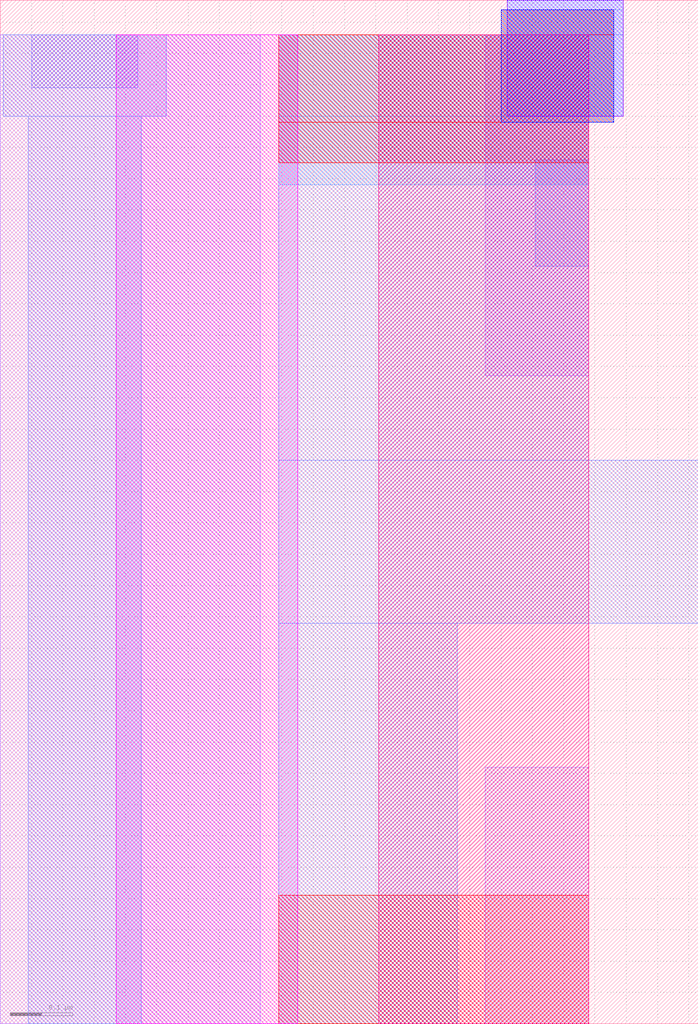
<source format=lef>
# Copyright 2020 The SkyWater PDK Authors
#
# Licensed under the Apache License, Version 2.0 (the "License");
# you may not use this file except in compliance with the License.
# You may obtain a copy of the License at
#
#     https://www.apache.org/licenses/LICENSE-2.0
#
# Unless required by applicable law or agreed to in writing, software
# distributed under the License is distributed on an "AS IS" BASIS,
# WITHOUT WARRANTIES OR CONDITIONS OF ANY KIND, either express or implied.
# See the License for the specific language governing permissions and
# limitations under the License.
#
# SPDX-License-Identifier: Apache-2.0

VERSION 5.7 ;
  NOWIREEXTENSIONATPIN ON ;
  DIVIDERCHAR "/" ;
  BUSBITCHARS "[]" ;
MACRO sky130_fd_bd_sram__sram_dp_rowenda
  CLASS BLOCK ;
  FOREIGN sky130_fd_bd_sram__sram_dp_rowenda ;
  ORIGIN  0.000000  0.000000 ;
  SIZE  1.115000 BY  1.635000 ;
  OBS
    LAYER li1 ;
      RECT 0.000000 0.000000 0.415000 1.580000 ;
      RECT 0.775000 0.000000 0.940000 0.410000 ;
      RECT 0.775000 1.035000 0.940000 1.580000 ;
    LAYER mcon ;
      RECT 0.050000 1.495000 0.220000 1.580000 ;
      RECT 0.855000 1.210000 0.940000 1.380000 ;
    LAYER met1 ;
      RECT 0.005000 1.450000 0.265000 1.580000 ;
      RECT 0.045000 0.000000 0.225000 1.450000 ;
      RECT 0.445000 0.000000 0.730000 0.640000 ;
      RECT 0.445000 0.640000 1.115000 0.900000 ;
      RECT 0.445000 0.900000 0.940000 1.450000 ;
      RECT 0.445000 1.450000 0.995000 1.580000 ;
      RECT 0.810000 1.580000 0.995000 1.635000 ;
    LAYER met2 ;
      RECT 0.445000 1.340000 0.940000 1.440000 ;
      RECT 0.445000 1.440000 0.980000 1.450000 ;
      RECT 0.445000 1.450000 0.995000 1.580000 ;
      RECT 0.800000 1.580000 0.995000 1.620000 ;
      RECT 0.810000 1.620000 0.995000 1.635000 ;
    LAYER met3 ;
      RECT 0.445000 0.000000 0.940000 0.205000 ;
      RECT 0.445000 1.375000 0.940000 1.440000 ;
      RECT 0.445000 1.440000 0.980000 1.580000 ;
      RECT 0.800000 1.580000 0.980000 1.620000 ;
    LAYER nwell ;
      RECT 0.605000 0.000000 0.940000 1.580000 ;
    LAYER pwell ;
      RECT 0.185000 0.000000 0.475000 1.580000 ;
    LAYER via ;
      RECT 0.810000 1.450000 0.995000 1.635000 ;
    LAYER via2 ;
      RECT 0.800000 1.440000 0.980000 1.620000 ;
  END
END sky130_fd_bd_sram__sram_dp_rowenda
END LIBRARY

</source>
